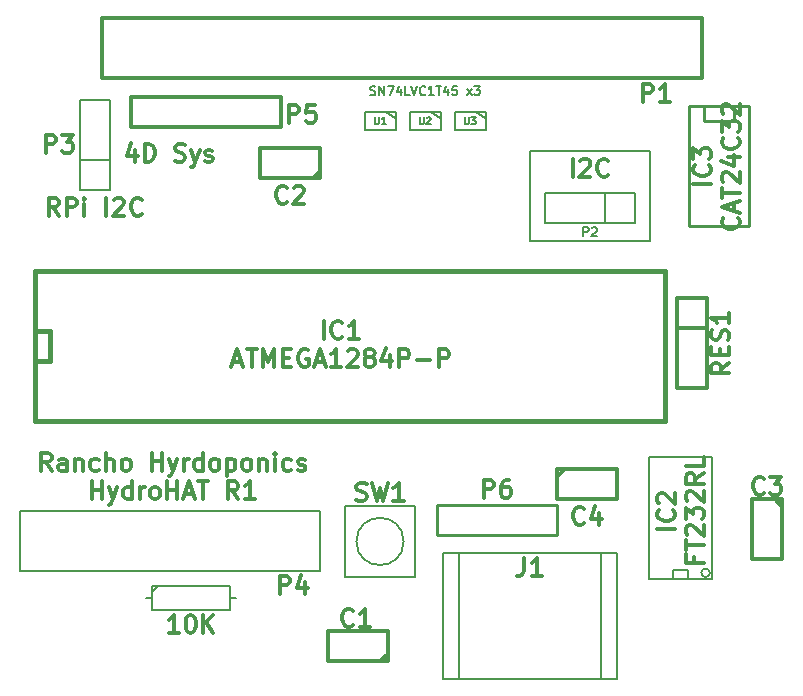
<source format=gto>
G04 (created by PCBNEW (2013-07-07 BZR 4022)-stable) date 9/25/2014 9:45:49 PM*
%MOIN*%
G04 Gerber Fmt 3.4, Leading zero omitted, Abs format*
%FSLAX34Y34*%
G01*
G70*
G90*
G04 APERTURE LIST*
%ADD10C,0.00590551*%
%ADD11C,0.011811*%
%ADD12C,0.00738189*%
%ADD13C,0.00787402*%
%ADD14C,0.005*%
%ADD15C,0.012*%
%ADD16C,0.008*%
%ADD17C,0.01*%
%ADD18C,0.006*%
%ADD19C,0.015*%
G04 APERTURE END LIST*
G54D10*
G54D11*
X64639Y-38046D02*
X64357Y-38243D01*
X64639Y-38384D02*
X64048Y-38384D01*
X64048Y-38159D01*
X64076Y-38103D01*
X64104Y-38074D01*
X64160Y-38046D01*
X64245Y-38046D01*
X64301Y-38074D01*
X64329Y-38103D01*
X64357Y-38159D01*
X64357Y-38384D01*
X64329Y-37793D02*
X64329Y-37596D01*
X64639Y-37512D02*
X64639Y-37793D01*
X64048Y-37793D01*
X64048Y-37512D01*
X64610Y-37287D02*
X64639Y-37203D01*
X64639Y-37062D01*
X64610Y-37006D01*
X64582Y-36978D01*
X64526Y-36950D01*
X64470Y-36950D01*
X64414Y-36978D01*
X64385Y-37006D01*
X64357Y-37062D01*
X64329Y-37175D01*
X64301Y-37231D01*
X64273Y-37259D01*
X64217Y-37287D01*
X64160Y-37287D01*
X64104Y-37259D01*
X64076Y-37231D01*
X64048Y-37175D01*
X64048Y-37034D01*
X64076Y-36950D01*
X64639Y-36387D02*
X64639Y-36725D01*
X64639Y-36556D02*
X64048Y-36556D01*
X64132Y-36612D01*
X64189Y-36668D01*
X64217Y-36725D01*
X49964Y-30039D02*
X49964Y-29448D01*
X50189Y-29448D01*
X50245Y-29476D01*
X50273Y-29504D01*
X50301Y-29560D01*
X50301Y-29645D01*
X50273Y-29701D01*
X50245Y-29729D01*
X50189Y-29757D01*
X49964Y-29757D01*
X50835Y-29448D02*
X50554Y-29448D01*
X50526Y-29729D01*
X50554Y-29701D01*
X50610Y-29673D01*
X50751Y-29673D01*
X50807Y-29701D01*
X50835Y-29729D01*
X50864Y-29785D01*
X50864Y-29926D01*
X50835Y-29982D01*
X50807Y-30010D01*
X50751Y-30039D01*
X50610Y-30039D01*
X50554Y-30010D01*
X50526Y-29982D01*
X41864Y-31039D02*
X41864Y-30448D01*
X42089Y-30448D01*
X42145Y-30476D01*
X42173Y-30504D01*
X42201Y-30560D01*
X42201Y-30645D01*
X42173Y-30701D01*
X42145Y-30729D01*
X42089Y-30757D01*
X41864Y-30757D01*
X42398Y-30448D02*
X42764Y-30448D01*
X42567Y-30673D01*
X42651Y-30673D01*
X42707Y-30701D01*
X42735Y-30729D01*
X42764Y-30785D01*
X42764Y-30926D01*
X42735Y-30982D01*
X42707Y-31010D01*
X42651Y-31039D01*
X42482Y-31039D01*
X42426Y-31010D01*
X42398Y-30982D01*
X49901Y-32682D02*
X49873Y-32710D01*
X49789Y-32739D01*
X49732Y-32739D01*
X49648Y-32710D01*
X49592Y-32654D01*
X49564Y-32598D01*
X49535Y-32485D01*
X49535Y-32401D01*
X49564Y-32289D01*
X49592Y-32232D01*
X49648Y-32176D01*
X49732Y-32148D01*
X49789Y-32148D01*
X49873Y-32176D01*
X49901Y-32204D01*
X50126Y-32204D02*
X50154Y-32176D01*
X50210Y-32148D01*
X50351Y-32148D01*
X50407Y-32176D01*
X50435Y-32204D01*
X50464Y-32260D01*
X50464Y-32317D01*
X50435Y-32401D01*
X50098Y-32739D01*
X50464Y-32739D01*
G54D12*
X59782Y-33819D02*
X59782Y-33524D01*
X59894Y-33524D01*
X59922Y-33538D01*
X59936Y-33552D01*
X59950Y-33580D01*
X59950Y-33622D01*
X59936Y-33650D01*
X59922Y-33664D01*
X59894Y-33678D01*
X59782Y-33678D01*
X60063Y-33552D02*
X60077Y-33538D01*
X60105Y-33524D01*
X60175Y-33524D01*
X60203Y-33538D01*
X60217Y-33552D01*
X60232Y-33580D01*
X60232Y-33608D01*
X60217Y-33650D01*
X60049Y-33819D01*
X60232Y-33819D01*
G54D10*
X55820Y-29859D02*
X55820Y-30050D01*
X55831Y-30073D01*
X55842Y-30084D01*
X55865Y-30095D01*
X55910Y-30095D01*
X55932Y-30084D01*
X55943Y-30073D01*
X55955Y-30050D01*
X55955Y-29859D01*
X56044Y-29859D02*
X56191Y-29859D01*
X56112Y-29949D01*
X56146Y-29949D01*
X56168Y-29960D01*
X56179Y-29971D01*
X56191Y-29994D01*
X56191Y-30050D01*
X56179Y-30073D01*
X56168Y-30084D01*
X56146Y-30095D01*
X56078Y-30095D01*
X56056Y-30084D01*
X56044Y-30073D01*
X54320Y-29859D02*
X54320Y-30050D01*
X54331Y-30073D01*
X54342Y-30084D01*
X54365Y-30095D01*
X54410Y-30095D01*
X54432Y-30084D01*
X54443Y-30073D01*
X54455Y-30050D01*
X54455Y-29859D01*
X54556Y-29881D02*
X54567Y-29870D01*
X54589Y-29859D01*
X54646Y-29859D01*
X54668Y-29870D01*
X54679Y-29881D01*
X54691Y-29904D01*
X54691Y-29926D01*
X54679Y-29960D01*
X54544Y-30095D01*
X54691Y-30095D01*
X52820Y-29859D02*
X52820Y-30050D01*
X52831Y-30073D01*
X52842Y-30084D01*
X52865Y-30095D01*
X52910Y-30095D01*
X52932Y-30084D01*
X52943Y-30073D01*
X52955Y-30050D01*
X52955Y-29859D01*
X53191Y-30095D02*
X53056Y-30095D01*
X53123Y-30095D02*
X53123Y-29859D01*
X53101Y-29893D01*
X53078Y-29915D01*
X53056Y-29926D01*
G54D12*
X52679Y-29105D02*
X52721Y-29119D01*
X52791Y-29119D01*
X52819Y-29105D01*
X52833Y-29091D01*
X52847Y-29063D01*
X52847Y-29035D01*
X52833Y-29007D01*
X52819Y-28992D01*
X52791Y-28978D01*
X52735Y-28964D01*
X52707Y-28950D01*
X52693Y-28936D01*
X52679Y-28908D01*
X52679Y-28880D01*
X52693Y-28852D01*
X52707Y-28838D01*
X52735Y-28824D01*
X52805Y-28824D01*
X52847Y-28838D01*
X52974Y-29119D02*
X52974Y-28824D01*
X53143Y-29119D01*
X53143Y-28824D01*
X53255Y-28824D02*
X53452Y-28824D01*
X53325Y-29119D01*
X53691Y-28922D02*
X53691Y-29119D01*
X53621Y-28810D02*
X53550Y-29021D01*
X53733Y-29021D01*
X53986Y-29119D02*
X53846Y-29119D01*
X53846Y-28824D01*
X54043Y-28824D02*
X54141Y-29119D01*
X54239Y-28824D01*
X54507Y-29091D02*
X54492Y-29105D01*
X54450Y-29119D01*
X54422Y-29119D01*
X54380Y-29105D01*
X54352Y-29077D01*
X54338Y-29049D01*
X54324Y-28992D01*
X54324Y-28950D01*
X54338Y-28894D01*
X54352Y-28866D01*
X54380Y-28838D01*
X54422Y-28824D01*
X54450Y-28824D01*
X54492Y-28838D01*
X54507Y-28852D01*
X54788Y-29119D02*
X54619Y-29119D01*
X54703Y-29119D02*
X54703Y-28824D01*
X54675Y-28866D01*
X54647Y-28894D01*
X54619Y-28908D01*
X54872Y-28824D02*
X55041Y-28824D01*
X54956Y-29119D02*
X54956Y-28824D01*
X55266Y-28922D02*
X55266Y-29119D01*
X55196Y-28810D02*
X55125Y-29021D01*
X55308Y-29021D01*
X55561Y-28824D02*
X55420Y-28824D01*
X55406Y-28964D01*
X55420Y-28950D01*
X55449Y-28936D01*
X55519Y-28936D01*
X55547Y-28950D01*
X55561Y-28964D01*
X55575Y-28992D01*
X55575Y-29063D01*
X55561Y-29091D01*
X55547Y-29105D01*
X55519Y-29119D01*
X55449Y-29119D01*
X55420Y-29105D01*
X55406Y-29091D01*
X55899Y-29119D02*
X56053Y-28922D01*
X55899Y-28922D02*
X56053Y-29119D01*
X56138Y-28824D02*
X56320Y-28824D01*
X56222Y-28936D01*
X56264Y-28936D01*
X56292Y-28950D01*
X56306Y-28964D01*
X56320Y-28992D01*
X56320Y-29063D01*
X56306Y-29091D01*
X56292Y-29105D01*
X56264Y-29119D01*
X56180Y-29119D01*
X56152Y-29105D01*
X56138Y-29091D01*
G54D11*
X61764Y-29339D02*
X61764Y-28748D01*
X61989Y-28748D01*
X62045Y-28776D01*
X62073Y-28804D01*
X62101Y-28860D01*
X62101Y-28945D01*
X62073Y-29001D01*
X62045Y-29029D01*
X61989Y-29057D01*
X61764Y-29057D01*
X62664Y-29339D02*
X62326Y-29339D01*
X62495Y-29339D02*
X62495Y-28748D01*
X62439Y-28832D01*
X62382Y-28889D01*
X62326Y-28917D01*
X64039Y-32076D02*
X63448Y-32076D01*
X63982Y-31457D02*
X64010Y-31485D01*
X64039Y-31570D01*
X64039Y-31626D01*
X64010Y-31710D01*
X63954Y-31767D01*
X63898Y-31795D01*
X63785Y-31823D01*
X63701Y-31823D01*
X63589Y-31795D01*
X63532Y-31767D01*
X63476Y-31710D01*
X63448Y-31626D01*
X63448Y-31570D01*
X63476Y-31485D01*
X63504Y-31457D01*
X63448Y-31260D02*
X63448Y-30895D01*
X63673Y-31092D01*
X63673Y-31007D01*
X63701Y-30951D01*
X63729Y-30923D01*
X63785Y-30895D01*
X63926Y-30895D01*
X63982Y-30923D01*
X64010Y-30951D01*
X64039Y-31007D01*
X64039Y-31176D01*
X64010Y-31232D01*
X63982Y-31260D01*
X64927Y-33215D02*
X64955Y-33243D01*
X64983Y-33327D01*
X64983Y-33384D01*
X64955Y-33468D01*
X64899Y-33524D01*
X64843Y-33552D01*
X64730Y-33580D01*
X64646Y-33580D01*
X64533Y-33552D01*
X64477Y-33524D01*
X64421Y-33468D01*
X64393Y-33384D01*
X64393Y-33327D01*
X64421Y-33243D01*
X64449Y-33215D01*
X64815Y-32990D02*
X64815Y-32709D01*
X64983Y-33046D02*
X64393Y-32849D01*
X64983Y-32652D01*
X64393Y-32540D02*
X64393Y-32203D01*
X64983Y-32371D02*
X64393Y-32371D01*
X64449Y-32034D02*
X64421Y-32006D01*
X64393Y-31949D01*
X64393Y-31809D01*
X64421Y-31753D01*
X64449Y-31724D01*
X64505Y-31696D01*
X64562Y-31696D01*
X64646Y-31724D01*
X64983Y-32062D01*
X64983Y-31696D01*
X64590Y-31190D02*
X64983Y-31190D01*
X64365Y-31331D02*
X64787Y-31471D01*
X64787Y-31106D01*
X64927Y-30543D02*
X64955Y-30571D01*
X64983Y-30656D01*
X64983Y-30712D01*
X64955Y-30796D01*
X64899Y-30853D01*
X64843Y-30881D01*
X64730Y-30909D01*
X64646Y-30909D01*
X64533Y-30881D01*
X64477Y-30853D01*
X64421Y-30796D01*
X64393Y-30712D01*
X64393Y-30656D01*
X64421Y-30571D01*
X64449Y-30543D01*
X64393Y-30347D02*
X64393Y-29981D01*
X64618Y-30178D01*
X64618Y-30093D01*
X64646Y-30037D01*
X64674Y-30009D01*
X64730Y-29981D01*
X64871Y-29981D01*
X64927Y-30009D01*
X64955Y-30037D01*
X64983Y-30093D01*
X64983Y-30262D01*
X64955Y-30318D01*
X64927Y-30347D01*
X64449Y-29756D02*
X64421Y-29728D01*
X64393Y-29672D01*
X64393Y-29531D01*
X64421Y-29475D01*
X64449Y-29447D01*
X64505Y-29419D01*
X64562Y-29419D01*
X64646Y-29447D01*
X64983Y-29784D01*
X64983Y-29419D01*
X51123Y-37239D02*
X51123Y-36648D01*
X51742Y-37182D02*
X51714Y-37210D01*
X51629Y-37239D01*
X51573Y-37239D01*
X51489Y-37210D01*
X51432Y-37154D01*
X51404Y-37098D01*
X51376Y-36985D01*
X51376Y-36901D01*
X51404Y-36789D01*
X51432Y-36732D01*
X51489Y-36676D01*
X51573Y-36648D01*
X51629Y-36648D01*
X51714Y-36676D01*
X51742Y-36704D01*
X52304Y-37239D02*
X51967Y-37239D01*
X52135Y-37239D02*
X52135Y-36648D01*
X52079Y-36732D01*
X52023Y-36789D01*
X51967Y-36817D01*
X48100Y-38015D02*
X48381Y-38015D01*
X48044Y-38183D02*
X48241Y-37593D01*
X48437Y-38183D01*
X48550Y-37593D02*
X48887Y-37593D01*
X48719Y-38183D02*
X48719Y-37593D01*
X49084Y-38183D02*
X49084Y-37593D01*
X49281Y-38015D01*
X49478Y-37593D01*
X49478Y-38183D01*
X49759Y-37874D02*
X49956Y-37874D01*
X50040Y-38183D02*
X49759Y-38183D01*
X49759Y-37593D01*
X50040Y-37593D01*
X50603Y-37621D02*
X50547Y-37593D01*
X50462Y-37593D01*
X50378Y-37621D01*
X50322Y-37677D01*
X50293Y-37733D01*
X50265Y-37846D01*
X50265Y-37930D01*
X50293Y-38043D01*
X50322Y-38099D01*
X50378Y-38155D01*
X50462Y-38183D01*
X50518Y-38183D01*
X50603Y-38155D01*
X50631Y-38127D01*
X50631Y-37930D01*
X50518Y-37930D01*
X50856Y-38015D02*
X51137Y-38015D01*
X50800Y-38183D02*
X50996Y-37593D01*
X51193Y-38183D01*
X51700Y-38183D02*
X51362Y-38183D01*
X51531Y-38183D02*
X51531Y-37593D01*
X51475Y-37677D01*
X51418Y-37733D01*
X51362Y-37762D01*
X51924Y-37649D02*
X51953Y-37621D01*
X52009Y-37593D01*
X52149Y-37593D01*
X52206Y-37621D01*
X52234Y-37649D01*
X52262Y-37705D01*
X52262Y-37762D01*
X52234Y-37846D01*
X51896Y-38183D01*
X52262Y-38183D01*
X52599Y-37846D02*
X52543Y-37818D01*
X52515Y-37790D01*
X52487Y-37733D01*
X52487Y-37705D01*
X52515Y-37649D01*
X52543Y-37621D01*
X52599Y-37593D01*
X52712Y-37593D01*
X52768Y-37621D01*
X52796Y-37649D01*
X52824Y-37705D01*
X52824Y-37733D01*
X52796Y-37790D01*
X52768Y-37818D01*
X52712Y-37846D01*
X52599Y-37846D01*
X52543Y-37874D01*
X52515Y-37902D01*
X52487Y-37958D01*
X52487Y-38071D01*
X52515Y-38127D01*
X52543Y-38155D01*
X52599Y-38183D01*
X52712Y-38183D01*
X52768Y-38155D01*
X52796Y-38127D01*
X52824Y-38071D01*
X52824Y-37958D01*
X52796Y-37902D01*
X52768Y-37874D01*
X52712Y-37846D01*
X53331Y-37790D02*
X53331Y-38183D01*
X53190Y-37565D02*
X53049Y-37987D01*
X53415Y-37987D01*
X53640Y-38183D02*
X53640Y-37593D01*
X53865Y-37593D01*
X53921Y-37621D01*
X53949Y-37649D01*
X53977Y-37705D01*
X53977Y-37790D01*
X53949Y-37846D01*
X53921Y-37874D01*
X53865Y-37902D01*
X53640Y-37902D01*
X54230Y-37958D02*
X54680Y-37958D01*
X54962Y-38183D02*
X54962Y-37593D01*
X55187Y-37593D01*
X55243Y-37621D01*
X55271Y-37649D01*
X55299Y-37705D01*
X55299Y-37790D01*
X55271Y-37846D01*
X55243Y-37874D01*
X55187Y-37902D01*
X54962Y-37902D01*
X42050Y-41639D02*
X41853Y-41357D01*
X41713Y-41639D02*
X41713Y-41048D01*
X41938Y-41048D01*
X41994Y-41076D01*
X42022Y-41104D01*
X42050Y-41160D01*
X42050Y-41245D01*
X42022Y-41301D01*
X41994Y-41329D01*
X41938Y-41357D01*
X41713Y-41357D01*
X42556Y-41639D02*
X42556Y-41329D01*
X42528Y-41273D01*
X42472Y-41245D01*
X42359Y-41245D01*
X42303Y-41273D01*
X42556Y-41610D02*
X42500Y-41639D01*
X42359Y-41639D01*
X42303Y-41610D01*
X42275Y-41554D01*
X42275Y-41498D01*
X42303Y-41442D01*
X42359Y-41414D01*
X42500Y-41414D01*
X42556Y-41385D01*
X42837Y-41245D02*
X42837Y-41639D01*
X42837Y-41301D02*
X42866Y-41273D01*
X42922Y-41245D01*
X43006Y-41245D01*
X43062Y-41273D01*
X43091Y-41329D01*
X43091Y-41639D01*
X43625Y-41610D02*
X43569Y-41639D01*
X43456Y-41639D01*
X43400Y-41610D01*
X43372Y-41582D01*
X43344Y-41526D01*
X43344Y-41357D01*
X43372Y-41301D01*
X43400Y-41273D01*
X43456Y-41245D01*
X43569Y-41245D01*
X43625Y-41273D01*
X43878Y-41639D02*
X43878Y-41048D01*
X44131Y-41639D02*
X44131Y-41329D01*
X44103Y-41273D01*
X44047Y-41245D01*
X43962Y-41245D01*
X43906Y-41273D01*
X43878Y-41301D01*
X44497Y-41639D02*
X44440Y-41610D01*
X44412Y-41582D01*
X44384Y-41526D01*
X44384Y-41357D01*
X44412Y-41301D01*
X44440Y-41273D01*
X44497Y-41245D01*
X44581Y-41245D01*
X44637Y-41273D01*
X44665Y-41301D01*
X44693Y-41357D01*
X44693Y-41526D01*
X44665Y-41582D01*
X44637Y-41610D01*
X44581Y-41639D01*
X44497Y-41639D01*
X45396Y-41639D02*
X45396Y-41048D01*
X45396Y-41329D02*
X45734Y-41329D01*
X45734Y-41639D02*
X45734Y-41048D01*
X45959Y-41245D02*
X46100Y-41639D01*
X46240Y-41245D02*
X46100Y-41639D01*
X46043Y-41779D01*
X46015Y-41807D01*
X45959Y-41835D01*
X46465Y-41639D02*
X46465Y-41245D01*
X46465Y-41357D02*
X46493Y-41301D01*
X46521Y-41273D01*
X46578Y-41245D01*
X46634Y-41245D01*
X47084Y-41639D02*
X47084Y-41048D01*
X47084Y-41610D02*
X47028Y-41639D01*
X46915Y-41639D01*
X46859Y-41610D01*
X46831Y-41582D01*
X46803Y-41526D01*
X46803Y-41357D01*
X46831Y-41301D01*
X46859Y-41273D01*
X46915Y-41245D01*
X47028Y-41245D01*
X47084Y-41273D01*
X47449Y-41639D02*
X47393Y-41610D01*
X47365Y-41582D01*
X47337Y-41526D01*
X47337Y-41357D01*
X47365Y-41301D01*
X47393Y-41273D01*
X47449Y-41245D01*
X47534Y-41245D01*
X47590Y-41273D01*
X47618Y-41301D01*
X47646Y-41357D01*
X47646Y-41526D01*
X47618Y-41582D01*
X47590Y-41610D01*
X47534Y-41639D01*
X47449Y-41639D01*
X47899Y-41245D02*
X47899Y-41835D01*
X47899Y-41273D02*
X47956Y-41245D01*
X48068Y-41245D01*
X48124Y-41273D01*
X48152Y-41301D01*
X48180Y-41357D01*
X48180Y-41526D01*
X48152Y-41582D01*
X48124Y-41610D01*
X48068Y-41639D01*
X47956Y-41639D01*
X47899Y-41610D01*
X48518Y-41639D02*
X48462Y-41610D01*
X48434Y-41582D01*
X48405Y-41526D01*
X48405Y-41357D01*
X48434Y-41301D01*
X48462Y-41273D01*
X48518Y-41245D01*
X48602Y-41245D01*
X48659Y-41273D01*
X48687Y-41301D01*
X48715Y-41357D01*
X48715Y-41526D01*
X48687Y-41582D01*
X48659Y-41610D01*
X48602Y-41639D01*
X48518Y-41639D01*
X48968Y-41245D02*
X48968Y-41639D01*
X48968Y-41301D02*
X48996Y-41273D01*
X49052Y-41245D01*
X49137Y-41245D01*
X49193Y-41273D01*
X49221Y-41329D01*
X49221Y-41639D01*
X49502Y-41639D02*
X49502Y-41245D01*
X49502Y-41048D02*
X49474Y-41076D01*
X49502Y-41104D01*
X49530Y-41076D01*
X49502Y-41048D01*
X49502Y-41104D01*
X50037Y-41610D02*
X49980Y-41639D01*
X49868Y-41639D01*
X49812Y-41610D01*
X49783Y-41582D01*
X49755Y-41526D01*
X49755Y-41357D01*
X49783Y-41301D01*
X49812Y-41273D01*
X49868Y-41245D01*
X49980Y-41245D01*
X50037Y-41273D01*
X50261Y-41610D02*
X50318Y-41639D01*
X50430Y-41639D01*
X50486Y-41610D01*
X50515Y-41554D01*
X50515Y-41526D01*
X50486Y-41470D01*
X50430Y-41442D01*
X50346Y-41442D01*
X50290Y-41414D01*
X50261Y-41357D01*
X50261Y-41329D01*
X50290Y-41273D01*
X50346Y-41245D01*
X50430Y-41245D01*
X50486Y-41273D01*
X43400Y-42583D02*
X43400Y-41993D01*
X43400Y-42274D02*
X43737Y-42274D01*
X43737Y-42583D02*
X43737Y-41993D01*
X43962Y-42190D02*
X44103Y-42583D01*
X44243Y-42190D02*
X44103Y-42583D01*
X44047Y-42724D01*
X44019Y-42752D01*
X43962Y-42780D01*
X44722Y-42583D02*
X44722Y-41993D01*
X44722Y-42555D02*
X44665Y-42583D01*
X44553Y-42583D01*
X44497Y-42555D01*
X44468Y-42527D01*
X44440Y-42471D01*
X44440Y-42302D01*
X44468Y-42246D01*
X44497Y-42218D01*
X44553Y-42190D01*
X44665Y-42190D01*
X44722Y-42218D01*
X45003Y-42583D02*
X45003Y-42190D01*
X45003Y-42302D02*
X45031Y-42246D01*
X45059Y-42218D01*
X45115Y-42190D01*
X45171Y-42190D01*
X45453Y-42583D02*
X45396Y-42555D01*
X45368Y-42527D01*
X45340Y-42471D01*
X45340Y-42302D01*
X45368Y-42246D01*
X45396Y-42218D01*
X45453Y-42190D01*
X45537Y-42190D01*
X45593Y-42218D01*
X45621Y-42246D01*
X45650Y-42302D01*
X45650Y-42471D01*
X45621Y-42527D01*
X45593Y-42555D01*
X45537Y-42583D01*
X45453Y-42583D01*
X45903Y-42583D02*
X45903Y-41993D01*
X45903Y-42274D02*
X46240Y-42274D01*
X46240Y-42583D02*
X46240Y-41993D01*
X46493Y-42415D02*
X46774Y-42415D01*
X46437Y-42583D02*
X46634Y-41993D01*
X46831Y-42583D01*
X46943Y-41993D02*
X47281Y-41993D01*
X47112Y-42583D02*
X47112Y-41993D01*
X48265Y-42583D02*
X48068Y-42302D01*
X47927Y-42583D02*
X47927Y-41993D01*
X48152Y-41993D01*
X48209Y-42021D01*
X48237Y-42049D01*
X48265Y-42105D01*
X48265Y-42190D01*
X48237Y-42246D01*
X48209Y-42274D01*
X48152Y-42302D01*
X47927Y-42302D01*
X48827Y-42583D02*
X48490Y-42583D01*
X48659Y-42583D02*
X48659Y-41993D01*
X48602Y-42077D01*
X48546Y-42133D01*
X48490Y-42162D01*
X59801Y-43382D02*
X59773Y-43410D01*
X59689Y-43439D01*
X59632Y-43439D01*
X59548Y-43410D01*
X59492Y-43354D01*
X59464Y-43298D01*
X59435Y-43185D01*
X59435Y-43101D01*
X59464Y-42989D01*
X59492Y-42932D01*
X59548Y-42876D01*
X59632Y-42848D01*
X59689Y-42848D01*
X59773Y-42876D01*
X59801Y-42904D01*
X60307Y-43045D02*
X60307Y-43439D01*
X60167Y-42820D02*
X60026Y-43242D01*
X60392Y-43242D01*
X56464Y-42539D02*
X56464Y-41948D01*
X56689Y-41948D01*
X56745Y-41976D01*
X56773Y-42004D01*
X56801Y-42060D01*
X56801Y-42145D01*
X56773Y-42201D01*
X56745Y-42229D01*
X56689Y-42257D01*
X56464Y-42257D01*
X57307Y-41948D02*
X57195Y-41948D01*
X57139Y-41976D01*
X57110Y-42004D01*
X57054Y-42089D01*
X57026Y-42201D01*
X57026Y-42426D01*
X57054Y-42482D01*
X57082Y-42510D01*
X57139Y-42539D01*
X57251Y-42539D01*
X57307Y-42510D01*
X57335Y-42482D01*
X57364Y-42426D01*
X57364Y-42285D01*
X57335Y-42229D01*
X57307Y-42201D01*
X57251Y-42173D01*
X57139Y-42173D01*
X57082Y-42201D01*
X57054Y-42229D01*
X57026Y-42285D01*
X46292Y-47039D02*
X45954Y-47039D01*
X46123Y-47039D02*
X46123Y-46448D01*
X46067Y-46532D01*
X46011Y-46589D01*
X45954Y-46617D01*
X46657Y-46448D02*
X46714Y-46448D01*
X46770Y-46476D01*
X46798Y-46504D01*
X46826Y-46560D01*
X46854Y-46673D01*
X46854Y-46814D01*
X46826Y-46926D01*
X46798Y-46982D01*
X46770Y-47010D01*
X46714Y-47039D01*
X46657Y-47039D01*
X46601Y-47010D01*
X46573Y-46982D01*
X46545Y-46926D01*
X46517Y-46814D01*
X46517Y-46673D01*
X46545Y-46560D01*
X46573Y-46504D01*
X46601Y-46476D01*
X46657Y-46448D01*
X47107Y-47039D02*
X47107Y-46448D01*
X47445Y-47039D02*
X47192Y-46701D01*
X47445Y-46448D02*
X47107Y-46785D01*
X49664Y-45739D02*
X49664Y-45148D01*
X49889Y-45148D01*
X49945Y-45176D01*
X49973Y-45204D01*
X50001Y-45260D01*
X50001Y-45345D01*
X49973Y-45401D01*
X49945Y-45429D01*
X49889Y-45457D01*
X49664Y-45457D01*
X50507Y-45345D02*
X50507Y-45739D01*
X50367Y-45120D02*
X50226Y-45542D01*
X50592Y-45542D01*
X52212Y-42610D02*
X52296Y-42639D01*
X52437Y-42639D01*
X52493Y-42610D01*
X52521Y-42582D01*
X52550Y-42526D01*
X52550Y-42470D01*
X52521Y-42414D01*
X52493Y-42385D01*
X52437Y-42357D01*
X52325Y-42329D01*
X52268Y-42301D01*
X52240Y-42273D01*
X52212Y-42217D01*
X52212Y-42160D01*
X52240Y-42104D01*
X52268Y-42076D01*
X52325Y-42048D01*
X52465Y-42048D01*
X52550Y-42076D01*
X52746Y-42048D02*
X52887Y-42639D01*
X53000Y-42217D01*
X53112Y-42639D01*
X53253Y-42048D01*
X53787Y-42639D02*
X53449Y-42639D01*
X53618Y-42639D02*
X53618Y-42048D01*
X53562Y-42132D01*
X53506Y-42189D01*
X53449Y-42217D01*
X52101Y-46782D02*
X52073Y-46810D01*
X51989Y-46839D01*
X51932Y-46839D01*
X51848Y-46810D01*
X51792Y-46754D01*
X51764Y-46698D01*
X51735Y-46585D01*
X51735Y-46501D01*
X51764Y-46389D01*
X51792Y-46332D01*
X51848Y-46276D01*
X51932Y-46248D01*
X51989Y-46248D01*
X52073Y-46276D01*
X52101Y-46304D01*
X52664Y-46839D02*
X52326Y-46839D01*
X52495Y-46839D02*
X52495Y-46248D01*
X52439Y-46332D01*
X52382Y-46389D01*
X52326Y-46417D01*
X57803Y-44548D02*
X57803Y-44970D01*
X57775Y-45054D01*
X57718Y-45110D01*
X57634Y-45139D01*
X57578Y-45139D01*
X58393Y-45139D02*
X58056Y-45139D01*
X58224Y-45139D02*
X58224Y-44548D01*
X58168Y-44632D01*
X58112Y-44689D01*
X58056Y-44717D01*
X62839Y-43576D02*
X62248Y-43576D01*
X62782Y-42957D02*
X62810Y-42985D01*
X62839Y-43070D01*
X62839Y-43126D01*
X62810Y-43210D01*
X62754Y-43267D01*
X62698Y-43295D01*
X62585Y-43323D01*
X62501Y-43323D01*
X62389Y-43295D01*
X62332Y-43267D01*
X62276Y-43210D01*
X62248Y-43126D01*
X62248Y-43070D01*
X62276Y-42985D01*
X62304Y-42957D01*
X62304Y-42732D02*
X62276Y-42704D01*
X62248Y-42648D01*
X62248Y-42507D01*
X62276Y-42451D01*
X62304Y-42423D01*
X62360Y-42395D01*
X62417Y-42395D01*
X62501Y-42423D01*
X62839Y-42760D01*
X62839Y-42395D01*
X63474Y-44518D02*
X63474Y-44715D01*
X63783Y-44715D02*
X63193Y-44715D01*
X63193Y-44434D01*
X63193Y-44293D02*
X63193Y-43956D01*
X63783Y-44124D02*
X63193Y-44124D01*
X63249Y-43787D02*
X63221Y-43759D01*
X63193Y-43703D01*
X63193Y-43562D01*
X63221Y-43506D01*
X63249Y-43478D01*
X63305Y-43449D01*
X63362Y-43449D01*
X63446Y-43478D01*
X63783Y-43815D01*
X63783Y-43449D01*
X63193Y-43253D02*
X63193Y-42887D01*
X63418Y-43084D01*
X63418Y-43000D01*
X63446Y-42943D01*
X63474Y-42915D01*
X63530Y-42887D01*
X63671Y-42887D01*
X63727Y-42915D01*
X63755Y-42943D01*
X63783Y-43000D01*
X63783Y-43168D01*
X63755Y-43224D01*
X63727Y-43253D01*
X63249Y-42662D02*
X63221Y-42634D01*
X63193Y-42578D01*
X63193Y-42437D01*
X63221Y-42381D01*
X63249Y-42353D01*
X63305Y-42325D01*
X63362Y-42325D01*
X63446Y-42353D01*
X63783Y-42690D01*
X63783Y-42325D01*
X63783Y-41734D02*
X63502Y-41931D01*
X63783Y-42071D02*
X63193Y-42071D01*
X63193Y-41847D01*
X63221Y-41790D01*
X63249Y-41762D01*
X63305Y-41734D01*
X63390Y-41734D01*
X63446Y-41762D01*
X63474Y-41790D01*
X63502Y-41847D01*
X63502Y-42071D01*
X63783Y-41200D02*
X63783Y-41481D01*
X63193Y-41481D01*
X65801Y-42382D02*
X65773Y-42410D01*
X65689Y-42439D01*
X65632Y-42439D01*
X65548Y-42410D01*
X65492Y-42354D01*
X65464Y-42298D01*
X65435Y-42185D01*
X65435Y-42101D01*
X65464Y-41989D01*
X65492Y-41932D01*
X65548Y-41876D01*
X65632Y-41848D01*
X65689Y-41848D01*
X65773Y-41876D01*
X65801Y-41904D01*
X65998Y-41848D02*
X66364Y-41848D01*
X66167Y-42073D01*
X66251Y-42073D01*
X66307Y-42101D01*
X66335Y-42129D01*
X66364Y-42185D01*
X66364Y-42326D01*
X66335Y-42382D01*
X66307Y-42410D01*
X66251Y-42439D01*
X66082Y-42439D01*
X66026Y-42410D01*
X65998Y-42382D01*
G54D13*
X62000Y-31000D02*
X58000Y-31000D01*
X62000Y-34000D02*
X62000Y-31000D01*
X58000Y-34000D02*
X62000Y-34000D01*
X58000Y-31000D02*
X58000Y-34000D01*
G54D11*
X59423Y-31839D02*
X59423Y-31248D01*
X59676Y-31304D02*
X59704Y-31276D01*
X59760Y-31248D01*
X59901Y-31248D01*
X59957Y-31276D01*
X59985Y-31304D01*
X60014Y-31360D01*
X60014Y-31417D01*
X59985Y-31501D01*
X59648Y-31839D01*
X60014Y-31839D01*
X60604Y-31782D02*
X60576Y-31810D01*
X60492Y-31839D01*
X60435Y-31839D01*
X60351Y-31810D01*
X60295Y-31754D01*
X60267Y-31698D01*
X60239Y-31585D01*
X60239Y-31501D01*
X60267Y-31389D01*
X60295Y-31332D01*
X60351Y-31276D01*
X60435Y-31248D01*
X60492Y-31248D01*
X60576Y-31276D01*
X60604Y-31304D01*
X44847Y-30945D02*
X44847Y-31339D01*
X44706Y-30720D02*
X44565Y-31142D01*
X44931Y-31142D01*
X45156Y-31339D02*
X45156Y-30748D01*
X45296Y-30748D01*
X45381Y-30776D01*
X45437Y-30832D01*
X45465Y-30889D01*
X45493Y-31001D01*
X45493Y-31085D01*
X45465Y-31198D01*
X45437Y-31254D01*
X45381Y-31310D01*
X45296Y-31339D01*
X45156Y-31339D01*
X46168Y-31310D02*
X46253Y-31339D01*
X46393Y-31339D01*
X46449Y-31310D01*
X46478Y-31282D01*
X46506Y-31226D01*
X46506Y-31170D01*
X46478Y-31114D01*
X46449Y-31085D01*
X46393Y-31057D01*
X46281Y-31029D01*
X46224Y-31001D01*
X46196Y-30973D01*
X46168Y-30917D01*
X46168Y-30860D01*
X46196Y-30804D01*
X46224Y-30776D01*
X46281Y-30748D01*
X46421Y-30748D01*
X46506Y-30776D01*
X46703Y-30945D02*
X46843Y-31339D01*
X46984Y-30945D02*
X46843Y-31339D01*
X46787Y-31479D01*
X46759Y-31507D01*
X46703Y-31535D01*
X47181Y-31310D02*
X47237Y-31339D01*
X47349Y-31339D01*
X47406Y-31310D01*
X47434Y-31254D01*
X47434Y-31226D01*
X47406Y-31170D01*
X47349Y-31142D01*
X47265Y-31142D01*
X47209Y-31114D01*
X47181Y-31057D01*
X47181Y-31029D01*
X47209Y-30973D01*
X47265Y-30945D01*
X47349Y-30945D01*
X47406Y-30973D01*
X42304Y-33139D02*
X42107Y-32857D01*
X41967Y-33139D02*
X41967Y-32548D01*
X42192Y-32548D01*
X42248Y-32576D01*
X42276Y-32604D01*
X42304Y-32660D01*
X42304Y-32745D01*
X42276Y-32801D01*
X42248Y-32829D01*
X42192Y-32857D01*
X41967Y-32857D01*
X42557Y-33139D02*
X42557Y-32548D01*
X42782Y-32548D01*
X42839Y-32576D01*
X42867Y-32604D01*
X42895Y-32660D01*
X42895Y-32745D01*
X42867Y-32801D01*
X42839Y-32829D01*
X42782Y-32857D01*
X42557Y-32857D01*
X43148Y-33139D02*
X43148Y-32745D01*
X43148Y-32548D02*
X43120Y-32576D01*
X43148Y-32604D01*
X43176Y-32576D01*
X43148Y-32548D01*
X43148Y-32604D01*
X43879Y-33139D02*
X43879Y-32548D01*
X44132Y-32604D02*
X44160Y-32576D01*
X44217Y-32548D01*
X44357Y-32548D01*
X44413Y-32576D01*
X44442Y-32604D01*
X44470Y-32660D01*
X44470Y-32717D01*
X44442Y-32801D01*
X44104Y-33139D01*
X44470Y-33139D01*
X45060Y-33082D02*
X45032Y-33110D01*
X44948Y-33139D01*
X44892Y-33139D01*
X44807Y-33110D01*
X44751Y-33054D01*
X44723Y-32998D01*
X44695Y-32885D01*
X44695Y-32801D01*
X44723Y-32689D01*
X44751Y-32632D01*
X44807Y-32576D01*
X44892Y-32548D01*
X44948Y-32548D01*
X45032Y-32576D01*
X45060Y-32604D01*
G54D10*
X53787Y-44000D02*
G75*
G03X53787Y-44000I-787J0D01*
G74*
G01*
X51818Y-42818D02*
X54181Y-42818D01*
X54181Y-42818D02*
X54181Y-45181D01*
X54181Y-45181D02*
X51818Y-45181D01*
X51818Y-45181D02*
X51818Y-42818D01*
G54D14*
X63991Y-45050D02*
G75*
G03X63991Y-45050I-141J0D01*
G74*
G01*
X62750Y-45250D02*
X62750Y-44950D01*
X62750Y-44950D02*
X63250Y-44950D01*
X63250Y-44950D02*
X63250Y-45250D01*
X64050Y-41200D02*
X64050Y-45250D01*
X61950Y-45250D02*
X61950Y-41200D01*
X61950Y-45250D02*
X64050Y-45250D01*
X61950Y-41200D02*
X64050Y-41200D01*
X56200Y-29700D02*
X56500Y-29900D01*
X55500Y-29700D02*
X56525Y-29700D01*
X56525Y-29700D02*
X56525Y-30300D01*
X56525Y-30300D02*
X55500Y-30300D01*
X55500Y-30300D02*
X55500Y-29700D01*
X54700Y-29700D02*
X55000Y-29900D01*
X54000Y-29700D02*
X55025Y-29700D01*
X55025Y-29700D02*
X55025Y-30300D01*
X55025Y-30300D02*
X54000Y-30300D01*
X54000Y-30300D02*
X54000Y-29700D01*
X53200Y-29700D02*
X53500Y-29900D01*
X52500Y-29700D02*
X53525Y-29700D01*
X53525Y-29700D02*
X53525Y-30300D01*
X53525Y-30300D02*
X52500Y-30300D01*
X52500Y-30300D02*
X52500Y-29700D01*
G54D15*
X62900Y-35900D02*
X63900Y-35900D01*
X63900Y-35900D02*
X63900Y-38900D01*
X63900Y-38900D02*
X62900Y-38900D01*
X62900Y-38900D02*
X62900Y-35900D01*
X63900Y-36900D02*
X62900Y-36900D01*
G54D16*
X45200Y-45900D02*
X45400Y-45900D01*
X48200Y-45900D02*
X48000Y-45900D01*
X48000Y-45900D02*
X48000Y-45500D01*
X48000Y-45500D02*
X45400Y-45500D01*
X45400Y-45500D02*
X45400Y-46300D01*
X45400Y-46300D02*
X48000Y-46300D01*
X48000Y-46300D02*
X48000Y-45900D01*
X45400Y-45700D02*
X45600Y-45500D01*
G54D15*
X44700Y-29200D02*
X44700Y-30200D01*
X49700Y-30200D02*
X49700Y-29200D01*
X44700Y-29200D02*
X49700Y-29200D01*
X49700Y-30200D02*
X44700Y-30200D01*
G54D17*
X58900Y-43800D02*
X54900Y-43800D01*
X58900Y-42800D02*
X54900Y-42800D01*
X54900Y-42800D02*
X54900Y-43800D01*
X58900Y-43800D02*
X58900Y-42800D01*
G54D18*
X61500Y-32400D02*
X61500Y-33400D01*
X61500Y-33400D02*
X58500Y-33400D01*
X58500Y-33400D02*
X58500Y-32400D01*
X58500Y-32400D02*
X61500Y-32400D01*
X60500Y-33400D02*
X60500Y-32400D01*
X44000Y-32300D02*
X43000Y-32300D01*
X43000Y-32300D02*
X43000Y-29300D01*
X43000Y-29300D02*
X44000Y-29300D01*
X44000Y-29300D02*
X44000Y-32300D01*
X43000Y-31300D02*
X44000Y-31300D01*
G54D15*
X63740Y-28559D02*
X43740Y-28559D01*
X63740Y-26559D02*
X43740Y-26559D01*
X63740Y-26559D02*
X63740Y-28559D01*
X43740Y-26559D02*
X43740Y-28559D01*
G54D10*
X41000Y-43000D02*
X41000Y-45000D01*
X41000Y-45000D02*
X51000Y-45000D01*
X51000Y-45000D02*
X51000Y-43000D01*
X51000Y-43000D02*
X41000Y-43000D01*
G54D17*
X64800Y-29500D02*
X64800Y-30000D01*
X64800Y-30000D02*
X63800Y-30000D01*
X63800Y-30000D02*
X63800Y-29500D01*
X65300Y-29500D02*
X65300Y-33500D01*
X65300Y-33500D02*
X63300Y-33500D01*
X63300Y-33500D02*
X63300Y-29500D01*
X63300Y-29500D02*
X65300Y-29500D01*
G54D19*
X41500Y-37000D02*
X42000Y-37000D01*
X42000Y-37000D02*
X42000Y-38000D01*
X42000Y-38000D02*
X41500Y-38000D01*
X41500Y-35000D02*
X62500Y-35000D01*
X62500Y-35000D02*
X62500Y-40000D01*
X62500Y-40000D02*
X41500Y-40000D01*
X41500Y-40000D02*
X41500Y-35000D01*
G54D15*
X66400Y-42620D02*
X66400Y-44600D01*
X66400Y-44600D02*
X65400Y-44600D01*
X65400Y-44600D02*
X65400Y-42600D01*
X65400Y-42600D02*
X66400Y-42600D01*
X66150Y-42600D02*
X66400Y-42850D01*
X50980Y-31900D02*
X49000Y-31900D01*
X49000Y-31900D02*
X49000Y-30900D01*
X49000Y-30900D02*
X51000Y-30900D01*
X51000Y-30900D02*
X51000Y-31900D01*
X51000Y-31650D02*
X50750Y-31900D01*
X58920Y-41600D02*
X60900Y-41600D01*
X60900Y-41600D02*
X60900Y-42600D01*
X60900Y-42600D02*
X58900Y-42600D01*
X58900Y-42600D02*
X58900Y-41600D01*
X58900Y-41850D02*
X59150Y-41600D01*
X53230Y-48000D02*
X51250Y-48000D01*
X51250Y-48000D02*
X51250Y-47000D01*
X51250Y-47000D02*
X53250Y-47000D01*
X53250Y-47000D02*
X53250Y-48000D01*
X53250Y-47750D02*
X53000Y-48000D01*
G54D10*
X60370Y-48568D02*
X60370Y-44399D01*
X55629Y-48568D02*
X55629Y-44399D01*
X60893Y-44397D02*
X60893Y-48570D01*
X60893Y-48570D02*
X55106Y-48570D01*
X55106Y-48570D02*
X55106Y-44397D01*
X55106Y-44397D02*
X60893Y-44397D01*
M02*

</source>
